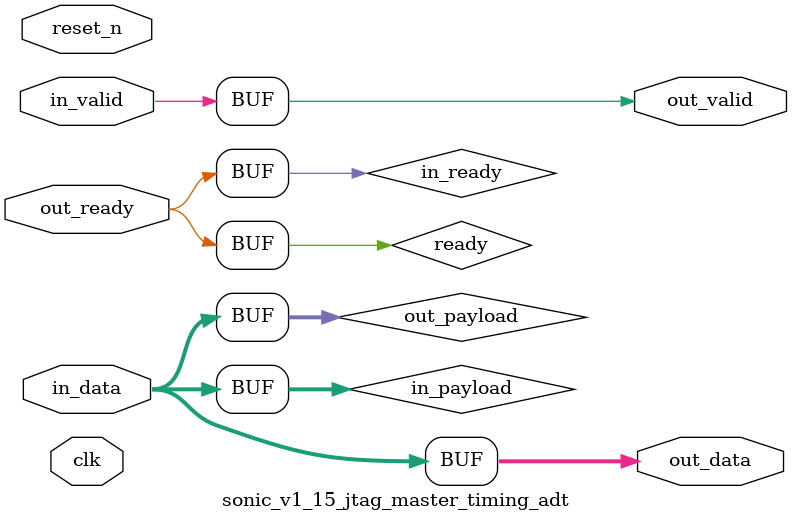
<source format=v>

`timescale 1ns / 100ps
module sonic_v1_15_jtag_master_timing_adt (
    
      // Interface: clk
      input              clk,
      // Interface: reset
      input              reset_n,
      // Interface: in
      input              in_valid,
      input      [ 7: 0] in_data,
      // Interface: out
      output reg         out_valid,
      output reg [ 7: 0] out_data,
      input              out_ready
);




   // ---------------------------------------------------------------------
   //| Signal Declarations
   // ---------------------------------------------------------------------

   reg  [ 7: 0] in_payload;
   reg  [ 7: 0] out_payload;
   reg  [ 0: 0] ready;
   reg          in_ready;
   // synthesis translate_off
   always @(negedge in_ready) begin
      $display("%m: The downstream component is backpressuring by deasserting ready, but the upstream component can't be backpressured.");
   end
   // synthesis translate_on   


   // ---------------------------------------------------------------------
   //| Payload Mapping
   // ---------------------------------------------------------------------
   always @* begin
     in_payload = {in_data};
     {out_data} = out_payload;
   end

   // ---------------------------------------------------------------------
   //| Ready & valid signals.
   // ---------------------------------------------------------------------
   always @* begin
     ready[0] = out_ready;
     out_valid = in_valid;
     out_payload = in_payload;
     in_ready = ready[0];
   end




endmodule


</source>
